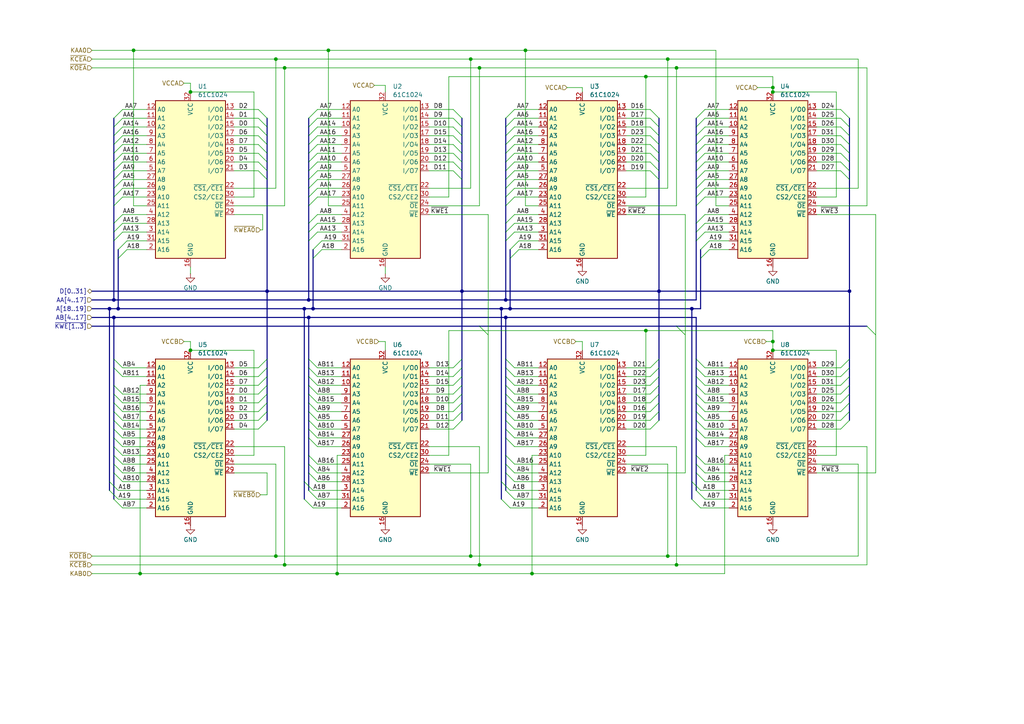
<source format=kicad_sch>
(kicad_sch (version 20250114) (generator "eeschema") (generator_version "9.0")
  (paper "A4")
  (title_block (title "Biostar MB-84xx-UUD 1MB cache data RAM") (date "2025-05-09") (rev "1.0"))
  (lib_symbols
    (symbol "Memory_RAM:IS6xC1024AL-xxJ"
      (property "Reference" "U" (at -10.16 23.495 0))
      (property "Value" "IS6xC1024AL-xxJ" (at 2.54 23.495 0))
      (symbol "IS6xC1024AL-xxJ_0_0"
        (pin power_in line (at 0 25.4 270) (length 2.54) (name "VCC") (number "32"))
        (pin power_in line (at 0 -25.4 90) (length 2.54) (name "GND") (number "16"))
      )
      (symbol "IS6xC1024AL-xxJ_1_1"
        (pin input line (at -12.7 20.32 0) (length 2.54) (name "A0") (number "12"))
        (pin input line (at -12.7 17.78 0) (length 2.54) (name "A1") (number "11"))
        (pin input line (at -12.7 15.24 0) (length 2.54) (name "A2") (number "10"))
        (pin input line (at -12.7 12.7 0) (length 2.54) (name "A3") (number "9"))
        (pin input line (at -12.7 10.16 0) (length 2.54) (name "A4") (number "8"))
        (pin input line (at -12.7 7.62 0) (length 2.54) (name "A5") (number "7"))
        (pin input line (at -12.7 5.08 0) (length 2.54) (name "A6") (number "6"))
        (pin input line (at -12.7 2.54 0) (length 2.54) (name "A7") (number "5"))
        (pin input line (at -12.7 0 0) (length 2.54) (name "A8") (number "27"))
        (pin input line (at -12.7 -2.54 0) (length 2.54) (name "A9") (number "26"))
        (pin input line (at -12.7 -5.08 0) (length 2.54) (name "A10") (number "23"))
        (pin input line (at -12.7 -7.62 0) (length 2.54) (name "A11") (number "25"))
        (pin input line (at -12.7 -10.16 0) (length 2.54) (name "A12") (number "4"))
        (pin input line (at -12.7 -12.7 0) (length 2.54) (name "A13") (number "28"))
        (pin input line (at -12.7 -15.24 0) (length 2.54) (name "A14") (number "3"))
        (pin input line (at -12.7 -17.78 0) (length 2.54) (name "A15") (number "31"))
        (pin input line (at -12.7 -20.32 0) (length 2.54) (name "A16") (number "2"))
        (pin no_connect line (at 10.16 -20.32 180) (length 2.54) (hide yes) (name "NC") (number "1"))
        (pin tri_state line (at 12.7 20.32 180) (length 2.54) (name "I/O0") (number "13"))
        (pin tri_state line (at 12.7 17.78 180) (length 2.54) (name "I/O1") (number "14"))
        (pin tri_state line (at 12.7 15.24 180) (length 2.54) (name "I/O2") (number "15"))
        (pin tri_state line (at 12.7 12.7 180) (length 2.54) (name "I/O3") (number "17"))
        (pin tri_state line (at 12.7 10.16 180) (length 2.54) (name "I/O4") (number "18"))
        (pin tri_state line (at 12.7 7.62 180) (length 2.54) (name "I/O5") (number "19"))
        (pin tri_state line (at 12.7 5.08 180) (length 2.54) (name "I/O6") (number "20"))
        (pin tri_state line (at 12.7 2.54 180) (length 2.54) (name "I/O7") (number "21"))
        (pin input line (at 12.7 -2.54 180) (length 2.54) (name "~{CS1}/~{CE1}") (number "22"))
        (pin input line (at 12.7 -5.08 180) (length 2.54) (name "CS2/CE2") (number "30"))
        (pin input line (at 12.7 -7.62 180) (length 2.54) (name "~{OE}") (number "24"))
        (pin input line (at 12.7 -10.16 180) (length 2.54) (name "~{WE}") (number "29"))
      )
    )
    (symbol "power:GND" (power) (pin_numbers (hide yes)) (pin_names (offset 0) (hide yes))
      (property "Value" "GND" (at 0 -3.81 0))
      (symbol "GND_1_1"
        (pin power_in line (at 0 0 270) (length 0) (name "~") (number "1"))
      )
    )
  )
  (junction (at 193.675 161.29))
  (junction (at 82.55 163.83))
  (junction (at 224.155 25.4))
  (junction (at 31.75 89.535))
  (junction (at 89.535 92.075))
  (junction (at 88.265 89.535))
  (junction (at 191.135 84.455))
  (junction (at 97.79 166.37))
  (junction (at 196.215 163.83))
  (junction (at 200.66 89.535))
  (junction (at 33.02 92.075))
  (junction (at 89.535 86.995))
  (junction (at 146.685 86.995))
  (junction (at 136.525 161.29))
  (junction (at 80.01 161.29))
  (junction (at 196.215 19.685))
  (junction (at 33.02 86.995))
  (junction (at 133.985 84.455))
  (junction (at 55.245 26.67))
  (junction (at 146.685 92.075))
  (junction (at 193.675 17.145))
  (junction (at 224.155 101.6))
  (junction (at 38.735 14.605))
  (junction (at 82.55 19.685))
  (junction (at 224.155 26.67))
  (junction (at 55.245 101.6))
  (junction (at 139.065 19.685))
  (junction (at 187.325 95.885))
  (junction (at 80.01 17.145))
  (junction (at 187.325 22.225))
  (junction (at 34.29 89.535))
  (junction (at 90.805 89.535))
  (junction (at 139.065 163.83))
  (junction (at 147.955 89.535))
  (junction (at 77.47 84.455))
  (junction (at 224.155 99.06))
  (junction (at 246.38 84.455))
  (junction (at 136.525 17.145))
  (junction (at 152.4 14.605))
  (junction (at 154.305 166.37))
  (junction (at 95.25 14.605))
  (junction (at 40.64 166.37))
  (junction (at 145.415 89.535))
  (bus_entry (at 146.685 134.62) (size 2.54 2.54))
  (bus_entry (at 131.445 31.75) (size 2.54 2.54))
  (bus_entry (at 34.29 74.93) (size 2.54 -2.54))
  (bus_entry (at 201.93 41.91) (size 2.54 -2.54))
  (bus_entry (at 201.93 36.83) (size 2.54 -2.54))
  (bus_entry (at 243.84 121.92) (size 2.54 -2.54))
  (bus_entry (at 188.595 41.91) (size 2.54 2.54))
  (bus_entry (at 201.93 119.38) (size 2.54 2.54))
  (bus_entry (at 201.93 121.92) (size 2.54 2.54))
  (bus_entry (at 243.84 119.38) (size 2.54 -2.54))
  (bus_entry (at 188.595 119.38) (size 2.54 -2.54))
  (bus_entry (at 33.02 121.92) (size 2.54 2.54))
  (bus_entry (at 33.02 124.46) (size 2.54 2.54))
  (bus_entry (at 131.445 121.92) (size 2.54 -2.54))
  (bus_entry (at 146.685 67.31) (size 2.54 -2.54))
  (bus_entry (at 139.065 94.615) (size 2.54 2.54))
  (bus_entry (at 90.805 74.93) (size 2.54 -2.54))
  (bus_entry (at 131.445 109.22) (size 2.54 -2.54))
  (bus_entry (at 89.535 36.83) (size 2.54 -2.54))
  (bus_entry (at 145.415 144.78) (size 2.54 2.54))
  (bus_entry (at 74.93 31.75) (size 2.54 2.54))
  (bus_entry (at 74.93 39.37) (size 2.54 2.54))
  (bus_entry (at 201.93 116.84) (size 2.54 2.54))
  (bus_entry (at 188.595 34.29) (size 2.54 2.54))
  (bus_entry (at 131.445 46.99) (size 2.54 2.54))
  (bus_entry (at 146.685 36.83) (size 2.54 -2.54))
  (bus_entry (at 243.84 106.68) (size 2.54 -2.54))
  (bus_entry (at 74.93 109.22) (size 2.54 -2.54))
  (bus_entry (at 33.02 134.62) (size 2.54 2.54))
  (bus_entry (at 243.84 116.84) (size 2.54 -2.54))
  (bus_entry (at 201.93 137.16) (size 2.54 2.54))
  (bus_entry (at 149.225 111.76) (size -2.54 -2.54))
  (bus_entry (at 31.75 142.24) (size 2.54 2.54))
  (bus_entry (at 74.93 114.3) (size 2.54 -2.54))
  (bus_entry (at 74.93 44.45) (size 2.54 2.54))
  (bus_entry (at 74.93 106.68) (size 2.54 -2.54))
  (bus_entry (at 92.075 106.68) (size -2.54 -2.54))
  (bus_entry (at 33.02 69.85) (size 2.54 -2.54))
  (bus_entry (at 33.02 49.53) (size 2.54 -2.54))
  (bus_entry (at 92.075 109.22) (size -2.54 -2.54))
  (bus_entry (at 201.93 69.85) (size 2.54 -2.54))
  (bus_entry (at 188.595 46.99) (size 2.54 2.54))
  (bus_entry (at 200.66 139.7) (size 2.54 2.54))
  (bus_entry (at 33.02 52.07) (size 2.54 -2.54))
  (bus_entry (at 33.02 46.99) (size 2.54 -2.54))
  (bus_entry (at 89.535 44.45) (size 2.54 -2.54))
  (bus_entry (at 74.93 121.92) (size 2.54 -2.54))
  (bus_entry (at 205.74 72.39) (size -2.54 2.54))
  (bus_entry (at 89.535 134.62) (size 2.54 2.54))
  (bus_entry (at 201.93 54.61) (size 2.54 -2.54))
  (bus_entry (at 188.595 116.84) (size 2.54 -2.54))
  (bus_entry (at 201.93 114.3) (size 2.54 2.54))
  (bus_entry (at 33.02 67.31) (size 2.54 -2.54))
  (bus_entry (at 31.75 139.7) (size 2.54 2.54))
  (bus_entry (at 251.46 94.615) (size 2.54 2.54))
  (bus_entry (at 33.02 44.45) (size 2.54 -2.54))
  (bus_entry (at 88.265 139.7) (size 2.54 2.54))
  (bus_entry (at 146.685 64.77) (size 2.54 -2.54))
  (bus_entry (at 243.84 34.29) (size 2.54 2.54))
  (bus_entry (at 146.685 69.85) (size 2.54 -2.54))
  (bus_entry (at 204.47 111.76) (size -2.54 -2.54))
  (bus_entry (at 33.02 41.91) (size 2.54 -2.54))
  (bus_entry (at 131.445 106.68) (size 2.54 -2.54))
  (bus_entry (at 146.685 142.24) (size 2.54 2.54))
  (bus_entry (at 146.685 104.14) (size 2.54 2.54))
  (bus_entry (at 146.685 39.37) (size 2.54 -2.54))
  (bus_entry (at 243.84 111.76) (size 2.54 -2.54))
  (bus_entry (at 188.595 121.92) (size 2.54 -2.54))
  (bus_entry (at 35.56 106.68) (size -2.54 -2.54))
  (bus_entry (at 204.47 109.22) (size -2.54 -2.54))
  (bus_entry (at 131.445 119.38) (size 2.54 -2.54))
  (bus_entry (at 89.535 116.84) (size 2.54 2.54))
  (bus_entry (at 89.535 109.22) (size 2.54 2.54))
  (bus_entry (at 33.02 129.54) (size 2.54 2.54))
  (bus_entry (at 89.535 124.46) (size 2.54 2.54))
  (bus_entry (at 201.93 46.99) (size 2.54 -2.54))
  (bus_entry (at 89.535 127) (size 2.54 2.54))
  (bus_entry (at 33.02 132.08) (size 2.54 2.54))
  (bus_entry (at 146.685 54.61) (size 2.54 -2.54))
  (bus_entry (at 200.66 144.78) (size 2.54 2.54))
  (bus_entry (at 131.445 39.37) (size 2.54 2.54))
  (bus_entry (at 131.445 49.53) (size 2.54 2.54))
  (bus_entry (at 33.02 36.83) (size 2.54 -2.54))
  (bus_entry (at 201.93 127) (size 2.54 2.54))
  (bus_entry (at 188.595 44.45) (size 2.54 2.54))
  (bus_entry (at 33.02 119.38) (size 2.54 2.54))
  (bus_entry (at 74.93 34.29) (size 2.54 2.54))
  (bus_entry (at 146.685 137.16) (size 2.54 2.54))
  (bus_entry (at 89.535 67.31) (size 2.54 -2.54))
  (bus_entry (at 89.535 69.85) (size 2.54 -2.54))
  (bus_entry (at 89.535 57.15) (size 2.54 -2.54))
  (bus_entry (at 131.445 114.3) (size 2.54 -2.54))
  (bus_entry (at 243.84 31.75) (size 2.54 2.54))
  (bus_entry (at 201.93 134.62) (size 2.54 2.54))
  (bus_entry (at 146.685 119.38) (size 2.54 2.54))
  (bus_entry (at 243.84 36.83) (size 2.54 2.54))
  (bus_entry (at 89.535 64.77) (size 2.54 -2.54))
  (bus_entry (at 243.84 44.45) (size 2.54 2.54))
  (bus_entry (at 33.02 114.3) (size 2.54 2.54))
  (bus_entry (at 201.93 111.76) (size 2.54 2.54))
  (bus_entry (at 146.685 124.46) (size 2.54 2.54))
  (bus_entry (at 146.685 121.92) (size 2.54 2.54))
  (bus_entry (at 74.93 111.76) (size 2.54 -2.54))
  (bus_entry (at 146.685 44.45) (size 2.54 -2.54))
  (bus_entry (at 89.535 41.91) (size 2.54 -2.54))
  (bus_entry (at 131.445 44.45) (size 2.54 2.54))
  (bus_entry (at 201.93 34.29) (size 2.54 -2.54))
  (bus_entry (at 243.84 49.53) (size 2.54 2.54))
  (bus_entry (at 146.685 114.3) (size 2.54 2.54))
  (bus_entry (at 188.595 49.53) (size 2.54 2.54))
  (bus_entry (at 89.535 132.08) (size 2.54 2.54))
  (bus_entry (at 89.535 111.76) (size 2.54 2.54))
  (bus_entry (at 196.215 94.615) (size 2.54 2.54))
  (bus_entry (at 149.225 109.22) (size -2.54 -2.54))
  (bus_entry (at 243.84 41.91) (size 2.54 2.54))
  (bus_entry (at 201.93 52.07) (size 2.54 -2.54))
  (bus_entry (at 201.93 57.15) (size 2.54 -2.54))
  (bus_entry (at 201.93 104.14) (size 2.54 2.54))
  (bus_entry (at 74.93 116.84) (size 2.54 -2.54))
  (bus_entry (at 243.84 46.99) (size 2.54 2.54))
  (bus_entry (at 89.535 59.69) (size 2.54 -2.54))
  (bus_entry (at 131.445 116.84) (size 2.54 -2.54))
  (bus_entry (at 188.595 111.76) (size 2.54 -2.54))
  (bus_entry (at 131.445 41.91) (size 2.54 2.54))
  (bus_entry (at 74.93 36.83) (size 2.54 2.54))
  (bus_entry (at 89.535 119.38) (size 2.54 2.54))
  (bus_entry (at 131.445 124.46) (size 2.54 -2.54))
  (bus_entry (at 89.535 54.61) (size 2.54 -2.54))
  (bus_entry (at 33.02 57.15) (size 2.54 -2.54))
  (bus_entry (at 74.93 124.46) (size 2.54 -2.54))
  (bus_entry (at 89.535 137.16) (size 2.54 2.54))
  (bus_entry (at 146.685 52.07) (size 2.54 -2.54))
  (bus_entry (at 74.93 41.91) (size 2.54 2.54))
  (bus_entry (at 201.93 39.37) (size 2.54 -2.54))
  (bus_entry (at 201.93 59.69) (size 2.54 -2.54))
  (bus_entry (at 74.93 119.38) (size 2.54 -2.54))
  (bus_entry (at 205.74 69.85) (size -2.54 2.54))
  (bus_entry (at 188.595 106.68) (size 2.54 -2.54))
  (bus_entry (at 146.685 49.53) (size 2.54 -2.54))
  (bus_entry (at 131.445 36.83) (size 2.54 2.54))
  (bus_entry (at 33.02 111.76) (size 2.54 2.54))
  (bus_entry (at 146.685 111.76) (size 2.54 2.54))
  (bus_entry (at 74.93 49.53) (size 2.54 2.54))
  (bus_entry (at 243.84 39.37) (size 2.54 2.54))
  (bus_entry (at 146.685 46.99) (size 2.54 -2.54))
  (bus_entry (at 201.93 132.08) (size 2.54 2.54))
  (bus_entry (at 146.685 59.69) (size 2.54 -2.54))
  (bus_entry (at 146.685 127) (size 2.54 2.54))
  (bus_entry (at 146.685 41.91) (size 2.54 -2.54))
  (bus_entry (at 74.93 46.99) (size 2.54 2.54))
  (bus_entry (at 33.02 64.77) (size 2.54 -2.54))
  (bus_entry (at 89.535 39.37) (size 2.54 -2.54))
  (bus_entry (at 150.495 72.39) (size -2.54 2.54))
  (bus_entry (at 145.415 139.7) (size 2.54 2.54))
  (bus_entry (at 89.535 46.99) (size 2.54 -2.54))
  (bus_entry (at 33.02 39.37) (size 2.54 -2.54))
  (bus_entry (at 131.445 34.29) (size 2.54 2.54))
  (bus_entry (at 146.685 132.08) (size 2.54 2.54))
  (bus_entry (at 89.535 114.3) (size 2.54 2.54))
  (bus_entry (at 188.595 124.46) (size 2.54 -2.54))
  (bus_entry (at 188.595 114.3) (size 2.54 -2.54))
  (bus_entry (at 188.595 39.37) (size 2.54 2.54))
  (bus_entry (at 188.595 109.22) (size 2.54 -2.54))
  (bus_entry (at 89.535 121.92) (size 2.54 2.54))
  (bus_entry (at 146.685 57.15) (size 2.54 -2.54))
  (bus_entry (at 90.805 72.39) (size 2.54 -2.54))
  (bus_entry (at 188.595 31.75) (size 2.54 2.54))
  (bus_entry (at 33.02 144.78) (size 2.54 2.54))
  (bus_entry (at 35.56 109.22) (size -2.54 -2.54))
  (bus_entry (at 201.93 44.45) (size 2.54 -2.54))
  (bus_entry (at 243.84 124.46) (size 2.54 -2.54))
  (bus_entry (at 89.535 34.29) (size 2.54 -2.54))
  (bus_entry (at 146.685 116.84) (size 2.54 2.54))
  (bus_entry (at 146.685 34.29) (size 2.54 -2.54))
  (bus_entry (at 243.84 114.3) (size 2.54 -2.54))
  (bus_entry (at 33.02 59.69) (size 2.54 -2.54))
  (bus_entry (at 89.535 142.24) (size 2.54 2.54))
  (bus_entry (at 243.84 109.22) (size 2.54 -2.54))
  (bus_entry (at 33.02 54.61) (size 2.54 -2.54))
  (bus_entry (at 88.265 144.78) (size 2.54 2.54))
  (bus_entry (at 33.02 137.16) (size 2.54 2.54))
  (bus_entry (at 201.93 67.31) (size 2.54 -2.54))
  (bus_entry (at 201.93 64.77) (size 2.54 -2.54))
  (bus_entry (at 188.595 36.83) (size 2.54 2.54))
  (bus_entry (at 89.535 52.07) (size 2.54 -2.54))
  (bus_entry (at 150.495 69.85) (size -2.54 2.54))
  (bus_entry (at 201.93 124.46) (size 2.54 2.54))
  (bus_entry (at 201.93 142.24) (size 2.54 2.54))
  (bus_entry (at 201.93 49.53) (size 2.54 -2.54))
  (bus_entry (at 33.02 127) (size 2.54 2.54))
  (bus_entry (at 89.535 49.53) (size 2.54 -2.54))
  (bus_entry (at 34.29 72.39) (size 2.54 -2.54))
  (bus_entry (at 131.445 111.76) (size 2.54 -2.54))
  (bus_entry (at 33.02 116.84) (size 2.54 2.54))
  (bus_entry (at 33.02 34.29) (size 2.54 -2.54))
  (wire (pts (xy 149.225 111.76) (xy 156.21 111.76)))
  (wire (pts (xy 38.735 59.69) (xy 38.735 14.605)))
  (bus (pts (xy 133.985 84.455) (xy 191.135 84.455)))
  (wire (pts (xy 204.47 121.92) (xy 211.455 121.92)))
  (wire (pts (xy 152.4 59.69) (xy 156.21 59.69)))
  (bus (pts (xy 89.535 59.69) (xy 89.535 64.77)))
  (bus (pts (xy 246.38 41.91) (xy 246.38 44.45)))
  (bus (pts (xy 33.02 69.85) (xy 33.02 86.995)))
  (wire (pts (xy 109.855 99.06) (xy 111.76 99.06)))
  (wire (pts (xy 92.075 67.31) (xy 99.06 67.31)))
  (wire (pts (xy 193.675 17.145) (xy 248.92 17.145)))
  (wire (pts (xy 204.47 62.23) (xy 211.455 62.23)))
  (bus (pts (xy 201.93 114.3) (xy 201.93 111.76)))
  (bus (pts (xy 89.535 121.92) (xy 89.535 124.46)))
  (bus (pts (xy 146.685 54.61) (xy 146.685 57.15)))
  (bus (pts (xy 246.38 121.92) (xy 246.38 119.38)))
  (wire (pts (xy 130.175 22.225) (xy 187.325 22.225)))
  (wire (pts (xy 67.945 106.68) (xy 74.93 106.68)))
  (bus (pts (xy 77.47 41.91) (xy 77.47 44.45)))
  (wire (pts (xy 204.47 134.62) (xy 211.455 134.62)))
  (bus (pts (xy 33.02 67.31) (xy 33.02 69.85)))
  (bus (pts (xy 33.02 54.61) (xy 33.02 57.15)))
  (wire (pts (xy 34.29 142.24) (xy 42.545 142.24)))
  (wire (pts (xy 93.345 69.85) (xy 99.06 69.85)))
  (wire (pts (xy 141.605 97.155) (xy 141.605 137.16)))
  (wire (pts (xy 67.945 109.22) (xy 74.93 109.22)))
  (wire (pts (xy 35.56 64.77) (xy 42.545 64.77)))
  (bus (pts (xy 133.985 49.53) (xy 133.985 52.07)))
  (bus (pts (xy 200.66 139.7) (xy 200.66 144.78)))
  (wire (pts (xy 35.56 36.83) (xy 42.545 36.83)))
  (wire (pts (xy 67.945 34.29) (xy 74.93 34.29)))
  (bus (pts (xy 89.535 34.29) (xy 89.535 36.83)))
  (wire (pts (xy 181.61 34.29) (xy 188.595 34.29)))
  (bus (pts (xy 201.93 114.3) (xy 201.93 116.84)))
  (bus (pts (xy 191.135 111.76) (xy 191.135 109.22)))
  (bus (pts (xy 89.535 104.14) (xy 89.535 106.68)))
  (wire (pts (xy 124.46 116.84) (xy 131.445 116.84)))
  (wire (pts (xy 236.855 34.29) (xy 243.84 34.29)))
  (bus (pts (xy 191.135 49.53) (xy 191.135 52.07)))
  (wire (pts (xy 193.675 161.29) (xy 248.92 161.29)))
  (bus (pts (xy 89.535 127) (xy 89.535 132.08)))
  (bus (pts (xy 201.93 127) (xy 201.93 132.08)))
  (wire (pts (xy 181.61 109.22) (xy 188.595 109.22)))
  (wire (pts (xy 204.47 31.75) (xy 211.455 31.75)))
  (bus (pts (xy 246.38 34.29) (xy 246.38 36.83)))
  (bus (pts (xy 133.985 106.68) (xy 133.985 104.14)))
  (wire (pts (xy 149.225 127) (xy 156.21 127)))
  (wire (pts (xy 203.2 142.24) (xy 211.455 142.24)))
  (wire (pts (xy 136.525 54.61) (xy 136.525 17.145)))
  (wire (pts (xy 149.225 44.45) (xy 156.21 44.45)))
  (wire (pts (xy 152.4 14.605) (xy 207.645 14.605)))
  (bus (pts (xy 201.93 121.92) (xy 201.93 124.46)))
  (bus (pts (xy 31.75 89.535) (xy 31.75 139.7)))
  (bus (pts (xy 90.805 74.93) (xy 90.805 89.535)))
  (wire (pts (xy 187.325 22.225) (xy 187.325 57.15)))
  (bus (pts (xy 147.955 89.535) (xy 200.66 89.535)))
  (wire (pts (xy 198.755 62.23) (xy 198.755 97.155)))
  (wire (pts (xy 124.46 54.61) (xy 136.525 54.61)))
  (wire (pts (xy 152.4 59.69) (xy 152.4 14.605)))
  (bus (pts (xy 146.685 121.92) (xy 146.685 119.38)))
  (bus (pts (xy 133.985 84.455) (xy 133.985 104.14)))
  (wire (pts (xy 55.245 101.6) (xy 73.66 101.6)))
  (bus (pts (xy 139.065 94.615) (xy 196.215 94.615)))
  (bus (pts (xy 200.66 89.535) (xy 200.66 139.7)))
  (wire (pts (xy 35.56 116.84) (xy 42.545 116.84)))
  (wire (pts (xy 76.2 66.675) (xy 76.2 62.23)))
  (bus (pts (xy 90.805 89.535) (xy 145.415 89.535)))
  (wire (pts (xy 204.47 57.15) (xy 211.455 57.15)))
  (wire (pts (xy 204.47 124.46) (xy 211.455 124.46)))
  (bus (pts (xy 191.135 121.92) (xy 191.135 119.38)))
  (wire (pts (xy 236.855 119.38) (xy 243.84 119.38)))
  (wire (pts (xy 204.47 144.78) (xy 211.455 144.78)))
  (bus (pts (xy 77.47 116.84) (xy 77.47 114.3)))
  (wire (pts (xy 38.735 59.69) (xy 42.545 59.69)))
  (wire (pts (xy 75.565 66.675) (xy 76.2 66.675)))
  (wire (pts (xy 149.225 52.07) (xy 156.21 52.07)))
  (bus (pts (xy 89.535 54.61) (xy 89.535 57.15)))
  (wire (pts (xy 92.075 109.22) (xy 99.06 109.22)))
  (bus (pts (xy 201.93 59.69) (xy 201.93 64.77)))
  (wire (pts (xy 92.075 139.7) (xy 99.06 139.7)))
  (wire (pts (xy 124.46 124.46) (xy 131.445 124.46)))
  (wire (pts (xy 203.2 147.32) (xy 211.455 147.32)))
  (wire (pts (xy 167.005 99.06) (xy 168.91 99.06)))
  (bus (pts (xy 26.67 89.535) (xy 31.75 89.535)))
  (wire (pts (xy 92.075 57.15) (xy 99.06 57.15)))
  (wire (pts (xy 205.74 69.85) (xy 211.455 69.85)))
  (wire (pts (xy 149.225 129.54) (xy 156.21 129.54)))
  (wire (pts (xy 147.955 142.24) (xy 156.21 142.24)))
  (wire (pts (xy 149.225 106.68) (xy 156.21 106.68)))
  (bus (pts (xy 146.685 59.69) (xy 146.685 57.15)))
  (bus (pts (xy 89.535 44.45) (xy 89.535 46.99)))
  (wire (pts (xy 149.225 57.15) (xy 156.21 57.15)))
  (wire (pts (xy 35.56 119.38) (xy 42.545 119.38)))
  (wire (pts (xy 149.225 116.84) (xy 156.21 116.84)))
  (wire (pts (xy 187.325 95.885) (xy 187.325 132.08)))
  (bus (pts (xy 246.38 111.76) (xy 246.38 109.22)))
  (wire (pts (xy 181.61 121.92) (xy 188.595 121.92)))
  (wire (pts (xy 97.79 132.08) (xy 97.79 166.37)))
  (wire (pts (xy 35.56 129.54) (xy 42.545 129.54)))
  (wire (pts (xy 80.01 161.29) (xy 136.525 161.29)))
  (wire (pts (xy 139.065 163.83) (xy 196.215 163.83)))
  (wire (pts (xy 124.46 49.53) (xy 131.445 49.53)))
  (wire (pts (xy 149.225 67.31) (xy 156.21 67.31)))
  (wire (pts (xy 204.47 41.91) (xy 211.455 41.91)))
  (wire (pts (xy 130.175 95.885) (xy 187.325 95.885)))
  (wire (pts (xy 40.64 166.37) (xy 97.79 166.37)))
  (wire (pts (xy 67.945 49.53) (xy 74.93 49.53)))
  (bus (pts (xy 147.955 74.93) (xy 147.955 89.535)))
  (wire (pts (xy 67.945 54.61) (xy 80.01 54.61)))
  (wire (pts (xy 67.945 114.3) (xy 74.93 114.3)))
  (bus (pts (xy 146.685 109.22) (xy 146.685 106.68)))
  (wire (pts (xy 149.225 64.77) (xy 156.21 64.77)))
  (wire (pts (xy 35.56 106.68) (xy 42.545 106.68)))
  (wire (pts (xy 204.47 114.3) (xy 211.455 114.3)))
  (wire (pts (xy 40.64 111.76) (xy 40.64 166.37)))
  (bus (pts (xy 201.93 134.62) (xy 201.93 132.08)))
  (wire (pts (xy 92.075 134.62) (xy 99.06 134.62)))
  (wire (pts (xy 95.25 59.69) (xy 95.25 14.605)))
  (wire (pts (xy 92.075 54.61) (xy 99.06 54.61)))
  (wire (pts (xy 149.225 134.62) (xy 156.21 134.62)))
  (wire (pts (xy 236.855 137.16) (xy 254 137.16)))
  (wire (pts (xy 236.855 39.37) (xy 243.84 39.37)))
  (wire (pts (xy 36.83 72.39) (xy 42.545 72.39)))
  (bus (pts (xy 89.535 127) (xy 89.535 124.46)))
  (wire (pts (xy 149.225 49.53) (xy 156.21 49.53)))
  (wire (pts (xy 187.325 95.885) (xy 224.155 95.885)))
  (bus (pts (xy 246.38 39.37) (xy 246.38 41.91)))
  (wire (pts (xy 35.56 41.91) (xy 42.545 41.91)))
  (wire (pts (xy 236.855 46.99) (xy 243.84 46.99)))
  (wire (pts (xy 35.56 39.37) (xy 42.545 39.37)))
  (bus (pts (xy 191.135 41.91) (xy 191.135 44.45)))
  (bus (pts (xy 201.93 137.16) (xy 201.93 142.24)))
  (wire (pts (xy 187.325 57.15) (xy 181.61 57.15)))
  (bus (pts (xy 191.135 44.45) (xy 191.135 46.99)))
  (wire (pts (xy 124.46 129.54) (xy 139.065 129.54)))
  (wire (pts (xy 67.945 134.62) (xy 80.01 134.62)))
  (bus (pts (xy 191.135 52.07) (xy 191.135 84.455)))
  (wire (pts (xy 204.47 119.38) (xy 211.455 119.38)))
  (wire (pts (xy 198.755 97.155) (xy 198.755 137.16)))
  (bus (pts (xy 145.415 139.7) (xy 145.415 144.78)))
  (wire (pts (xy 236.855 59.69) (xy 251.46 59.69)))
  (bus (pts (xy 33.02 86.995) (xy 89.535 86.995)))
  (bus (pts (xy 133.985 44.45) (xy 133.985 46.99)))
  (wire (pts (xy 35.56 52.07) (xy 42.545 52.07)))
  (wire (pts (xy 181.61 54.61) (xy 193.675 54.61)))
  (bus (pts (xy 203.2 74.93) (xy 203.2 89.535)))
  (bus (pts (xy 89.535 67.31) (xy 89.535 64.77)))
  (bus (pts (xy 146.685 114.3) (xy 146.685 116.84)))
  (wire (pts (xy 136.525 161.29) (xy 193.675 161.29)))
  (wire (pts (xy 92.075 124.46) (xy 99.06 124.46)))
  (wire (pts (xy 139.065 163.83) (xy 139.065 129.54)))
  (wire (pts (xy 67.945 31.75) (xy 74.93 31.75)))
  (wire (pts (xy 204.47 137.16) (xy 211.455 137.16)))
  (bus (pts (xy 77.47 84.455) (xy 133.985 84.455)))
  (bus (pts (xy 246.38 114.3) (xy 246.38 111.76)))
  (wire (pts (xy 80.01 54.61) (xy 80.01 17.145)))
  (wire (pts (xy 124.46 114.3) (xy 131.445 114.3)))
  (wire (pts (xy 92.075 49.53) (xy 99.06 49.53)))
  (bus (pts (xy 88.265 89.535) (xy 88.265 139.7)))
  (bus (pts (xy 146.685 137.16) (xy 146.685 142.24)))
  (wire (pts (xy 124.46 134.62) (xy 136.525 134.62)))
  (wire (pts (xy 224.155 26.67) (xy 242.57 26.67)))
  (wire (pts (xy 236.855 31.75) (xy 243.84 31.75)))
  (wire (pts (xy 236.855 44.45) (xy 243.84 44.45)))
  (wire (pts (xy 149.225 36.83) (xy 156.21 36.83)))
  (wire (pts (xy 149.225 124.46) (xy 156.21 124.46)))
  (bus (pts (xy 33.02 114.3) (xy 33.02 116.84)))
  (wire (pts (xy 35.56 54.61) (xy 42.545 54.61)))
  (bus (pts (xy 201.93 46.99) (xy 201.93 49.53)))
  (wire (pts (xy 35.56 49.53) (xy 42.545 49.53)))
  (wire (pts (xy 168.91 99.06) (xy 168.91 101.6)))
  (bus (pts (xy 147.955 72.39) (xy 147.955 74.93)))
  (bus (pts (xy 33.02 127) (xy 33.02 124.46)))
  (wire (pts (xy 164.465 25.4) (xy 168.91 25.4)))
  (wire (pts (xy 149.225 139.7) (xy 156.21 139.7)))
  (wire (pts (xy 193.675 54.61) (xy 193.675 17.145)))
  (bus (pts (xy 191.135 34.29) (xy 191.135 36.83)))
  (wire (pts (xy 207.645 59.69) (xy 211.455 59.69)))
  (wire (pts (xy 92.075 34.29) (xy 99.06 34.29)))
  (wire (pts (xy 204.47 67.31) (xy 211.455 67.31)))
  (wire (pts (xy 236.855 134.62) (xy 248.92 134.62)))
  (wire (pts (xy 35.56 124.46) (xy 42.545 124.46)))
  (bus (pts (xy 89.535 41.91) (xy 89.535 44.45)))
  (bus (pts (xy 33.02 44.45) (xy 33.02 46.99)))
  (wire (pts (xy 154.305 166.37) (xy 210.185 166.37)))
  (wire (pts (xy 124.46 121.92) (xy 131.445 121.92)))
  (wire (pts (xy 73.66 26.67) (xy 73.66 57.15)))
  (bus (pts (xy 89.535 67.31) (xy 89.535 69.85)))
  (bus (pts (xy 89.535 86.995) (xy 146.685 86.995)))
  (wire (pts (xy 67.945 121.92) (xy 74.93 121.92)))
  (wire (pts (xy 236.855 41.91) (xy 243.84 41.91)))
  (bus (pts (xy 146.685 114.3) (xy 146.685 111.76)))
  (bus (pts (xy 88.265 139.7) (xy 88.265 144.78)))
  (bus (pts (xy 145.415 89.535) (xy 147.955 89.535)))
  (wire (pts (xy 67.945 59.69) (xy 82.55 59.69)))
  (wire (pts (xy 67.945 129.54) (xy 82.55 129.54)))
  (bus (pts (xy 246.38 116.84) (xy 246.38 114.3)))
  (wire (pts (xy 139.065 19.685) (xy 139.065 59.69)))
  (wire (pts (xy 73.66 57.15) (xy 67.945 57.15)))
  (wire (pts (xy 80.01 161.29) (xy 80.01 134.62)))
  (bus (pts (xy 146.685 86.995) (xy 201.93 86.995)))
  (bus (pts (xy 77.47 36.83) (xy 77.47 39.37)))
  (bus (pts (xy 146.685 67.31) (xy 146.685 69.85)))
  (bus (pts (xy 146.685 67.31) (xy 146.685 64.77)))
  (wire (pts (xy 124.46 137.16) (xy 141.605 137.16)))
  (wire (pts (xy 40.64 111.76) (xy 42.545 111.76)))
  (bus (pts (xy 77.47 49.53) (xy 77.47 52.07)))
  (bus (pts (xy 145.415 89.535) (xy 145.415 139.7)))
  (wire (pts (xy 181.61 49.53) (xy 188.595 49.53)))
  (bus (pts (xy 191.135 39.37) (xy 191.135 41.91)))
  (bus (pts (xy 33.02 34.29) (xy 33.02 36.83)))
  (wire (pts (xy 251.46 19.685) (xy 251.46 59.69)))
  (wire (pts (xy 130.175 95.885) (xy 130.175 132.08)))
  (bus (pts (xy 191.135 84.455) (xy 246.38 84.455)))
  (bus (pts (xy 89.535 46.99) (xy 89.535 49.53)))
  (bus (pts (xy 133.985 116.84) (xy 133.985 114.3)))
  (wire (pts (xy 149.225 41.91) (xy 156.21 41.91)))
  (wire (pts (xy 149.225 121.92) (xy 156.21 121.92)))
  (wire (pts (xy 35.56 127) (xy 42.545 127)))
  (wire (pts (xy 35.56 62.23) (xy 42.545 62.23)))
  (wire (pts (xy 204.47 116.84) (xy 211.455 116.84)))
  (wire (pts (xy 242.57 132.08) (xy 236.855 132.08)))
  (bus (pts (xy 33.02 52.07) (xy 33.02 54.61)))
  (bus (pts (xy 89.535 137.16) (xy 89.535 142.24)))
  (wire (pts (xy 193.675 161.29) (xy 193.675 134.62)))
  (wire (pts (xy 181.61 36.83) (xy 188.595 36.83)))
  (wire (pts (xy 181.61 41.91) (xy 188.595 41.91)))
  (wire (pts (xy 90.805 147.32) (xy 99.06 147.32)))
  (wire (pts (xy 124.46 119.38) (xy 131.445 119.38)))
  (bus (pts (xy 34.29 89.535) (xy 88.265 89.535)))
  (wire (pts (xy 248.92 161.29) (xy 248.92 134.62)))
  (wire (pts (xy 149.225 137.16) (xy 156.21 137.16)))
  (wire (pts (xy 236.855 121.92) (xy 243.84 121.92)))
  (wire (pts (xy 82.55 19.685) (xy 82.55 59.69)))
  (wire (pts (xy 35.56 139.7) (xy 42.545 139.7)))
  (wire (pts (xy 35.56 134.62) (xy 42.545 134.62)))
  (wire (pts (xy 211.455 132.08) (xy 210.185 132.08)))
  (bus (pts (xy 90.805 72.39) (xy 90.805 74.93)))
  (bus (pts (xy 133.985 41.91) (xy 133.985 44.45)))
  (wire (pts (xy 92.075 62.23) (xy 99.06 62.23)))
  (wire (pts (xy 222.25 99.06) (xy 224.155 99.06)))
  (wire (pts (xy 124.46 39.37) (xy 131.445 39.37)))
  (wire (pts (xy 251.46 163.83) (xy 251.46 129.54)))
  (wire (pts (xy 130.175 57.15) (xy 124.46 57.15)))
  (wire (pts (xy 34.29 144.78) (xy 42.545 144.78)))
  (wire (pts (xy 67.945 124.46) (xy 74.93 124.46)))
  (bus (pts (xy 146.685 127) (xy 146.685 124.46)))
  (bus (pts (xy 77.47 46.99) (xy 77.47 49.53)))
  (wire (pts (xy 124.46 111.76) (xy 131.445 111.76)))
  (wire (pts (xy 149.225 31.75) (xy 156.21 31.75)))
  (bus (pts (xy 89.535 49.53) (xy 89.535 52.07)))
  (wire (pts (xy 67.945 39.37) (xy 74.93 39.37)))
  (bus (pts (xy 246.38 36.83) (xy 246.38 39.37)))
  (bus (pts (xy 201.93 92.075) (xy 201.93 104.14)))
  (bus (pts (xy 33.02 119.38) (xy 33.02 116.84)))
  (wire (pts (xy 254 97.155) (xy 254 137.16)))
  (wire (pts (xy 181.61 44.45) (xy 188.595 44.45)))
  (wire (pts (xy 204.47 49.53) (xy 211.455 49.53)))
  (wire (pts (xy 236.855 106.68) (xy 243.84 106.68)))
  (bus (pts (xy 201.93 121.92) (xy 201.93 119.38)))
  (wire (pts (xy 111.76 99.06) (xy 111.76 101.6)))
  (wire (pts (xy 236.855 36.83) (xy 243.84 36.83)))
  (wire (pts (xy 224.155 22.225) (xy 224.155 25.4)))
  (wire (pts (xy 35.56 132.08) (xy 42.545 132.08)))
  (wire (pts (xy 99.06 132.08) (xy 97.79 132.08)))
  (wire (pts (xy 149.225 39.37) (xy 156.21 39.37)))
  (wire (pts (xy 35.56 67.31) (xy 42.545 67.31)))
  (bus (pts (xy 201.93 41.91) (xy 201.93 39.37)))
  (wire (pts (xy 26.67 166.37) (xy 40.64 166.37)))
  (wire (pts (xy 236.855 49.53) (xy 243.84 49.53)))
  (wire (pts (xy 92.075 31.75) (xy 99.06 31.75)))
  (bus (pts (xy 146.685 92.075) (xy 146.685 104.14)))
  (wire (pts (xy 242.57 101.6) (xy 242.57 132.08)))
  (bus (pts (xy 146.685 69.85) (xy 146.685 86.995)))
  (bus (pts (xy 89.535 119.38) (xy 89.535 116.84)))
  (bus (pts (xy 146.685 34.29) (xy 146.685 36.83)))
  (wire (pts (xy 181.61 31.75) (xy 188.595 31.75)))
  (wire (pts (xy 26.67 17.145) (xy 80.01 17.145)))
  (wire (pts (xy 124.46 106.68) (xy 131.445 106.68)))
  (bus (pts (xy 146.685 119.38) (xy 146.685 116.84)))
  (bus (pts (xy 201.93 34.29) (xy 201.93 36.83)))
  (wire (pts (xy 150.495 69.85) (xy 156.21 69.85)))
  (wire (pts (xy 236.855 114.3) (xy 243.84 114.3)))
  (bus (pts (xy 133.985 119.38) (xy 133.985 116.84)))
  (wire (pts (xy 196.215 19.685) (xy 251.46 19.685)))
  (bus (pts (xy 77.47 114.3) (xy 77.47 111.76)))
  (bus (pts (xy 77.47 44.45) (xy 77.47 46.99)))
  (bus (pts (xy 88.265 89.535) (xy 90.805 89.535)))
  (wire (pts (xy 35.56 44.45) (xy 42.545 44.45)))
  (bus (pts (xy 246.38 109.22) (xy 246.38 106.68)))
  (wire (pts (xy 150.495 72.39) (xy 156.21 72.39)))
  (wire (pts (xy 80.01 17.145) (xy 136.525 17.145)))
  (wire (pts (xy 95.25 14.605) (xy 152.4 14.605)))
  (wire (pts (xy 181.61 119.38) (xy 188.595 119.38)))
  (bus (pts (xy 146.685 41.91) (xy 146.685 44.45)))
  (bus (pts (xy 201.93 127) (xy 201.93 124.46)))
  (bus (pts (xy 201.93 52.07) (xy 201.93 54.61)))
  (wire (pts (xy 224.155 99.06) (xy 224.155 101.6)))
  (wire (pts (xy 92.075 116.84) (xy 99.06 116.84)))
  (bus (pts (xy 133.985 46.99) (xy 133.985 49.53)))
  (wire (pts (xy 67.945 44.45) (xy 74.93 44.45)))
  (bus (pts (xy 191.135 84.455) (xy 191.135 104.14)))
  (wire (pts (xy 204.47 34.29) (xy 211.455 34.29)))
  (bus (pts (xy 33.02 49.53) (xy 33.02 52.07)))
  (wire (pts (xy 181.61 46.99) (xy 188.595 46.99)))
  (wire (pts (xy 108.585 24.765) (xy 111.76 24.765)))
  (bus (pts (xy 201.93 109.22) (xy 201.93 106.68)))
  (wire (pts (xy 124.46 46.99) (xy 131.445 46.99)))
  (bus (pts (xy 133.985 111.76) (xy 133.985 109.22)))
  (wire (pts (xy 181.61 129.54) (xy 196.215 129.54)))
  (wire (pts (xy 111.76 77.47) (xy 111.76 79.375)))
  (wire (pts (xy 236.855 62.23) (xy 254 62.23)))
  (wire (pts (xy 204.47 52.07) (xy 211.455 52.07)))
  (bus (pts (xy 34.29 74.93) (xy 34.29 89.535)))
  (wire (pts (xy 139.065 19.685) (xy 196.215 19.685)))
  (wire (pts (xy 187.325 132.08) (xy 181.61 132.08)))
  (bus (pts (xy 191.135 109.22) (xy 191.135 106.68)))
  (bus (pts (xy 133.985 36.83) (xy 133.985 39.37)))
  (wire (pts (xy 73.66 101.6) (xy 73.66 132.08)))
  (bus (pts (xy 89.535 114.3) (xy 89.535 116.84)))
  (wire (pts (xy 92.075 127) (xy 99.06 127)))
  (bus (pts (xy 33.02 137.16) (xy 33.02 144.78)))
  (bus (pts (xy 89.535 114.3) (xy 89.535 111.76)))
  (bus (pts (xy 246.38 119.38) (xy 246.38 116.84)))
  (wire (pts (xy 149.225 119.38) (xy 156.21 119.38)))
  (wire (pts (xy 35.56 46.99) (xy 42.545 46.99)))
  (wire (pts (xy 147.955 147.32) (xy 156.21 147.32)))
  (bus (pts (xy 34.29 72.39) (xy 34.29 74.93)))
  (wire (pts (xy 92.075 119.38) (xy 99.06 119.38)))
  (wire (pts (xy 187.325 22.225) (xy 224.155 22.225)))
  (bus (pts (xy 201.93 109.22) (xy 201.93 111.76)))
  (wire (pts (xy 82.55 163.83) (xy 139.065 163.83)))
  (bus (pts (xy 191.135 36.83) (xy 191.135 39.37)))
  (bus (pts (xy 133.985 52.07) (xy 133.985 84.455)))
  (wire (pts (xy 236.855 116.84) (xy 243.84 116.84)))
  (wire (pts (xy 67.945 119.38) (xy 74.93 119.38)))
  (bus (pts (xy 191.135 119.38) (xy 191.135 116.84)))
  (bus (pts (xy 246.38 44.45) (xy 246.38 46.99)))
  (wire (pts (xy 181.61 137.16) (xy 198.755 137.16)))
  (wire (pts (xy 55.245 79.375) (xy 55.245 77.47)))
  (wire (pts (xy 90.805 142.24) (xy 99.06 142.24)))
  (bus (pts (xy 33.02 59.69) (xy 33.02 64.77)))
  (bus (pts (xy 146.685 127) (xy 146.685 132.08)))
  (bus (pts (xy 191.135 106.68) (xy 191.135 104.14)))
  (bus (pts (xy 133.985 39.37) (xy 133.985 41.91)))
  (bus (pts (xy 196.215 94.615) (xy 251.46 94.615)))
  (wire (pts (xy 35.56 147.32) (xy 42.545 147.32)))
  (bus (pts (xy 191.135 116.84) (xy 191.135 114.3)))
  (bus (pts (xy 77.47 109.22) (xy 77.47 106.68)))
  (wire (pts (xy 236.855 124.46) (xy 243.84 124.46)))
  (bus (pts (xy 89.535 59.69) (xy 89.535 57.15)))
  (bus (pts (xy 201.93 104.14) (xy 201.93 106.68)))
  (bus (pts (xy 133.985 121.92) (xy 133.985 119.38)))
  (bus (pts (xy 33.02 137.16) (xy 33.02 134.62)))
  (bus (pts (xy 33.02 36.83) (xy 33.02 39.37)))
  (wire (pts (xy 124.46 31.75) (xy 131.445 31.75)))
  (wire (pts (xy 141.605 62.23) (xy 141.605 97.155)))
  (wire (pts (xy 205.74 72.39) (xy 211.455 72.39)))
  (wire (pts (xy 67.945 36.83) (xy 74.93 36.83)))
  (bus (pts (xy 191.135 46.99) (xy 191.135 49.53)))
  (wire (pts (xy 67.945 41.91) (xy 74.93 41.91)))
  (wire (pts (xy 130.175 22.225) (xy 130.175 57.15)))
  (wire (pts (xy 35.56 121.92) (xy 42.545 121.92)))
  (wire (pts (xy 26.67 161.29) (xy 80.01 161.29)))
  (bus (pts (xy 201.93 119.38) (xy 201.93 116.84)))
  (bus (pts (xy 89.535 106.68) (xy 89.535 109.22)))
  (wire (pts (xy 95.25 59.69) (xy 99.06 59.69)))
  (bus (pts (xy 133.985 114.3) (xy 133.985 111.76)))
  (wire (pts (xy 196.215 19.685) (xy 196.215 59.69)))
  (wire (pts (xy 35.56 109.22) (xy 42.545 109.22)))
  (wire (pts (xy 130.175 132.08) (xy 124.46 132.08)))
  (bus (pts (xy 77.47 84.455) (xy 77.47 104.14)))
  (wire (pts (xy 76.2 62.23) (xy 67.945 62.23)))
  (bus (pts (xy 26.67 94.615) (xy 139.065 94.615)))
  (bus (pts (xy 33.02 41.91) (xy 33.02 44.45)))
  (wire (pts (xy 67.945 46.99) (xy 74.93 46.99)))
  (wire (pts (xy 210.185 132.08) (xy 210.185 166.37)))
  (wire (pts (xy 35.56 114.3) (xy 42.545 114.3)))
  (wire (pts (xy 204.47 54.61) (xy 211.455 54.61)))
  (wire (pts (xy 181.61 134.62) (xy 193.675 134.62)))
  (wire (pts (xy 124.46 41.91) (xy 131.445 41.91)))
  (bus (pts (xy 191.135 114.3) (xy 191.135 111.76)))
  (wire (pts (xy 149.225 62.23) (xy 156.21 62.23)))
  (bus (pts (xy 201.93 36.83) (xy 201.93 39.37)))
  (wire (pts (xy 149.225 34.29) (xy 156.21 34.29)))
  (bus (pts (xy 146.685 36.83) (xy 146.685 39.37)))
  (bus (pts (xy 77.47 121.92) (xy 77.47 119.38)))
  (bus (pts (xy 33.02 132.08) (xy 33.02 129.54)))
  (wire (pts (xy 92.075 46.99) (xy 99.06 46.99)))
  (bus (pts (xy 201.93 54.61) (xy 201.93 57.15)))
  (wire (pts (xy 38.735 14.605) (xy 95.25 14.605)))
  (wire (pts (xy 92.075 144.78) (xy 99.06 144.78)))
  (bus (pts (xy 133.985 34.29) (xy 133.985 36.83)))
  (wire (pts (xy 36.83 69.85) (xy 42.545 69.85)))
  (wire (pts (xy 149.225 54.61) (xy 156.21 54.61)))
  (wire (pts (xy 92.075 111.76) (xy 99.06 111.76)))
  (wire (pts (xy 181.61 39.37) (xy 188.595 39.37)))
  (bus (pts (xy 33.02 114.3) (xy 33.02 111.76)))
  (wire (pts (xy 53.34 99.06) (xy 55.245 99.06)))
  (wire (pts (xy 75.565 143.51) (xy 77.47 143.51)))
  (wire (pts (xy 26.67 163.83) (xy 82.55 163.83)))
  (bus (pts (xy 89.535 92.075) (xy 89.535 104.14)))
  (bus (pts (xy 246.38 52.07) (xy 246.38 84.455)))
  (bus (pts (xy 89.535 69.85) (xy 89.535 86.995)))
  (bus (pts (xy 33.02 92.075) (xy 89.535 92.075)))
  (wire (pts (xy 26.67 14.605) (xy 38.735 14.605)))
  (bus (pts (xy 246.38 106.68) (xy 246.38 104.14)))
  (bus (pts (xy 33.02 121.92) (xy 33.02 119.38)))
  (bus (pts (xy 77.47 111.76) (xy 77.47 109.22)))
  (wire (pts (xy 55.245 26.67) (xy 73.66 26.67)))
  (wire (pts (xy 92.075 121.92) (xy 99.06 121.92)))
  (wire (pts (xy 181.61 116.84) (xy 188.595 116.84)))
  (bus (pts (xy 33.02 46.99) (xy 33.02 49.53)))
  (bus (pts (xy 26.67 84.455) (xy 77.47 84.455)))
  (wire (pts (xy 196.215 163.83) (xy 196.215 129.54)))
  (wire (pts (xy 97.79 166.37) (xy 154.305 166.37)))
  (wire (pts (xy 224.155 25.4) (xy 224.155 26.67)))
  (wire (pts (xy 236.855 111.76) (xy 243.84 111.76)))
  (wire (pts (xy 204.47 109.22) (xy 211.455 109.22)))
  (wire (pts (xy 124.46 62.23) (xy 141.605 62.23)))
  (wire (pts (xy 92.075 106.68) (xy 99.06 106.68)))
  (wire (pts (xy 204.47 111.76) (xy 211.455 111.76)))
  (bus (pts (xy 146.685 52.07) (xy 146.685 54.61)))
  (wire (pts (xy 236.855 109.22) (xy 243.84 109.22)))
  (wire (pts (xy 92.075 114.3) (xy 99.06 114.3)))
  (wire (pts (xy 204.47 36.83) (xy 211.455 36.83)))
  (bus (pts (xy 201.93 67.31) (xy 201.93 69.85)))
  (wire (pts (xy 181.61 62.23) (xy 198.755 62.23)))
  (wire (pts (xy 92.075 52.07) (xy 99.06 52.07)))
  (wire (pts (xy 136.525 161.29) (xy 136.525 134.62)))
  (wire (pts (xy 53.34 24.13) (xy 55.245 24.13)))
  (bus (pts (xy 246.38 46.99) (xy 246.38 49.53)))
  (bus (pts (xy 77.47 52.07) (xy 77.47 84.455)))
  (wire (pts (xy 92.075 41.91) (xy 99.06 41.91)))
  (wire (pts (xy 67.945 116.84) (xy 74.93 116.84)))
  (wire (pts (xy 124.46 34.29) (xy 131.445 34.29)))
  (bus (pts (xy 89.535 109.22) (xy 89.535 111.76)))
  (bus (pts (xy 133.985 109.22) (xy 133.985 106.68)))
  (wire (pts (xy 149.225 114.3) (xy 156.21 114.3)))
  (bus (pts (xy 146.685 44.45) (xy 146.685 46.99)))
  (wire (pts (xy 149.225 144.78) (xy 156.21 144.78)))
  (wire (pts (xy 204.47 129.54) (xy 211.455 129.54)))
  (wire (pts (xy 67.945 111.76) (xy 74.93 111.76)))
  (wire (pts (xy 77.47 143.51) (xy 77.47 137.16)))
  (wire (pts (xy 181.61 106.68) (xy 188.595 106.68)))
  (wire (pts (xy 236.855 54.61) (xy 248.92 54.61)))
  (wire (pts (xy 181.61 124.46) (xy 188.595 124.46)))
  (wire (pts (xy 224.155 101.6) (xy 242.57 101.6)))
  (wire (pts (xy 242.57 57.15) (xy 236.855 57.15)))
  (bus (pts (xy 26.67 92.075) (xy 33.02 92.075)))
  (wire (pts (xy 35.56 31.75) (xy 42.545 31.75)))
  (bus (pts (xy 31.75 139.7) (xy 31.75 142.24)))
  (bus (pts (xy 201.93 69.85) (xy 201.93 86.995)))
  (wire (pts (xy 204.47 39.37) (xy 211.455 39.37)))
  (wire (pts (xy 92.075 39.37) (xy 99.06 39.37)))
  (wire (pts (xy 207.645 59.69) (xy 207.645 14.605)))
  (bus (pts (xy 146.685 41.91) (xy 146.685 39.37)))
  (bus (pts (xy 201.93 49.53) (xy 201.93 52.07)))
  (wire (pts (xy 92.075 64.77) (xy 99.06 64.77)))
  (bus (pts (xy 201.93 41.91) (xy 201.93 44.45)))
  (bus (pts (xy 200.66 89.535) (xy 203.2 89.535)))
  (bus (pts (xy 31.75 89.535) (xy 34.29 89.535)))
  (bus (pts (xy 146.685 46.99) (xy 146.685 49.53)))
  (wire (pts (xy 73.66 132.08) (xy 67.945 132.08)))
  (wire (pts (xy 154.305 132.08) (xy 154.305 166.37)))
  (wire (pts (xy 92.075 129.54) (xy 99.06 129.54)))
  (wire (pts (xy 35.56 57.15) (xy 42.545 57.15)))
  (bus (pts (xy 201.93 137.16) (xy 201.93 134.62)))
  (bus (pts (xy 33.02 59.69) (xy 33.02 57.15)))
  (bus (pts (xy 146.685 92.075) (xy 201.93 92.075)))
  (wire (pts (xy 181.61 59.69) (xy 196.215 59.69)))
  (wire (pts (xy 124.46 44.45) (xy 131.445 44.45)))
  (bus (pts (xy 89.535 134.62) (xy 89.535 132.08)))
  (bus (pts (xy 146.685 137.16) (xy 146.685 134.62)))
  (wire (pts (xy 136.525 17.145) (xy 193.675 17.145)))
  (bus (pts (xy 146.685 109.22) (xy 146.685 111.76)))
  (bus (pts (xy 146.685 121.92) (xy 146.685 124.46)))
  (wire (pts (xy 55.245 99.06) (xy 55.245 101.6)))
  (wire (pts (xy 92.075 137.16) (xy 99.06 137.16)))
  (bus (pts (xy 246.38 49.53) (xy 246.38 52.07)))
  (wire (pts (xy 124.46 109.22) (xy 131.445 109.22)))
  (wire (pts (xy 92.075 36.83) (xy 99.06 36.83)))
  (bus (pts (xy 33.02 104.14) (xy 33.02 106.68)))
  (bus (pts (xy 89.535 52.07) (xy 89.535 54.61)))
  (wire (pts (xy 204.47 127) (xy 211.455 127)))
  (wire (pts (xy 181.61 111.76) (xy 188.595 111.76)))
  (bus (pts (xy 89.535 36.83) (xy 89.535 39.37)))
  (wire (pts (xy 224.155 99.06) (xy 224.155 95.885)))
  (bus (pts (xy 146.685 134.62) (xy 146.685 132.08)))
  (wire (pts (xy 124.46 59.69) (xy 139.065 59.69)))
  (wire (pts (xy 124.46 36.83) (xy 131.445 36.83)))
  (wire (pts (xy 204.47 46.99) (xy 211.455 46.99)))
  (wire (pts (xy 204.47 106.68) (xy 211.455 106.68)))
  (wire (pts (xy 82.55 19.685) (xy 139.065 19.685)))
  (bus (pts (xy 89.535 41.91) (xy 89.535 39.37)))
  (bus (pts (xy 89.535 121.92) (xy 89.535 119.38)))
  (wire (pts (xy 248.92 54.61) (xy 248.92 17.145)))
  (bus (pts (xy 33.02 41.91) (xy 33.02 39.37)))
  (bus (pts (xy 201.93 44.45) (xy 201.93 46.99)))
  (wire (pts (xy 196.215 163.83) (xy 251.46 163.83)))
  (wire (pts (xy 181.61 114.3) (xy 188.595 114.3)))
  (wire (pts (xy 35.56 34.29) (xy 42.545 34.29)))
  (bus (pts (xy 146.685 49.53) (xy 146.685 52.07)))
  (wire (pts (xy 92.075 44.45) (xy 99.06 44.45)))
  (wire (pts (xy 254 62.23) (xy 254 97.155)))
  (bus (pts (xy 33.02 106.68) (xy 33.02 111.76)))
  (wire (pts (xy 111.76 24.765) (xy 111.76 26.67)))
  (wire (pts (xy 26.67 19.685) (xy 82.55 19.685)))
  (bus (pts (xy 146.685 59.69) (xy 146.685 64.77)))
  (bus (pts (xy 77.47 119.38) (xy 77.47 116.84)))
  (wire (pts (xy 93.345 72.39) (xy 99.06 72.39)))
  (wire (pts (xy 55.245 24.13) (xy 55.245 26.67)))
  (bus (pts (xy 89.535 92.075) (xy 146.685 92.075)))
  (bus (pts (xy 33.02 129.54) (xy 33.02 127)))
  (wire (pts (xy 236.855 129.54) (xy 251.46 129.54)))
  (wire (pts (xy 168.91 25.4) (xy 168.91 26.67)))
  (wire (pts (xy 149.225 109.22) (xy 156.21 109.22)))
  (bus (pts (xy 33.02 67.31) (xy 33.02 64.77)))
  (wire (pts (xy 156.21 132.08) (xy 154.305 132.08)))
  (bus (pts (xy 77.47 34.29) (xy 77.47 36.83)))
  (bus (pts (xy 77.47 106.68) (xy 77.47 104.14)))
  (wire (pts (xy 219.71 25.4) (xy 224.155 25.4)))
  (wire (pts (xy 204.47 64.77) (xy 211.455 64.77)))
  (bus (pts (xy 89.535 137.16) (xy 89.535 134.62)))
  (bus (pts (xy 201.93 59.69) (xy 201.93 57.15)))
  (wire (pts (xy 204.47 44.45) (xy 211.455 44.45)))
  (bus (pts (xy 146.685 104.14) (xy 146.685 106.68)))
  (wire (pts (xy 82.55 163.83) (xy 82.55 129.54)))
  (bus (pts (xy 26.67 86.995) (xy 33.02 86.995)))
  (wire (pts (xy 149.225 46.99) (xy 156.21 46.99)))
  (bus (pts (xy 246.38 84.455) (xy 246.38 104.14)))
  (bus (pts (xy 33.02 134.62) (xy 33.02 132.08)))
  (wire (pts (xy 204.47 139.7) (xy 211.455 139.7)))
  (bus (pts (xy 77.47 39.37) (xy 77.47 41.91)))
  (wire (pts (xy 67.945 137.16) (xy 77.47 137.16)))
  (bus (pts (xy 33.02 92.075) (xy 33.02 104.14)))
  (wire (pts (xy 242.57 26.67) (xy 242.57 57.15)))
  (bus (pts (xy 203.2 72.39) (xy 203.2 74.93)))
  (bus (pts (xy 33.02 121.92) (xy 33.02 124.46)))
  (wire (pts (xy 35.56 137.16) (xy 42.545 137.16)))
  (bus (pts (xy 201.93 67.31) (xy 201.93 64.77)))
  (label "A18" (at 93.345 72.39 0))
  (label "AA15" (at 35.56 64.77 0))
  (label "AA6" (at 149.86 34.29 0))
  (label "AB6" (at 35.56 137.16 0))
  (label "AA9" (at 35.56 49.53 0))
  (label "D18" (at 183.515 116.84 0))
  (label "D12" (at 126.365 124.46 0))
  (label "A18" (at 34.29 142.24 0))
  (label "A18" (at 205.74 72.39 0))
  (label "D20" (at 182.88 46.99 0))
  (label "AA6" (at 35.56 34.29 0))
  (label "D10" (at 126.365 116.84 0))
  (label "AA14" (at 205.105 36.83 0))
  (label "AB12" (at 35.56 114.3 0))
  (label "D26" (at 238.125 36.83 0))
  (label "~{KWE3}" (at 243.205 62.23 180))
  (label "AB17" (at 149.86 129.54 0))
  (label "AB9" (at 35.56 129.54 0))
  (label "D28" (at 238.125 124.46 0))
  (label "AA15" (at 92.71 64.77 0))
  (label "AB11" (at 149.86 106.68 0))
  (label "AB5" (at 205.105 121.92 0))
  (label "AA5" (at 205.105 52.07 0))
  (label "D24" (at 238.125 119.38 0))
  (label "AB11" (at 205.105 106.68 0))
  (label "AB15" (at 35.56 116.84 0))
  (label "AA4" (at 35.56 54.61 0))
  (label "AB10" (at 205.105 124.46 0))
  (label "AB14" (at 92.075 127 0))
  (label "AA11" (at 205.105 44.45 0))
  (label "AA5" (at 35.56 52.07 0))
  (label "AB10" (at 92.075 124.46 0))
  (label "D27" (at 238.125 121.92 0))
  (label "AA7" (at 92.71 31.75 0))
  (label "~{KWE1}" (at 125.73 137.16 0))
  (label "AB10" (at 149.86 124.46 0))
  (label "D21" (at 182.88 44.45 0))
  (label "AB14" (at 205.105 127 0))
  (label "D6" (at 69.215 109.22 0))
  (label "~{KWE1}" (at 130.175 62.23 180))
  (label "AB9" (at 149.86 119.38 0))
  (label "D1" (at 69.215 116.84 0))
  (label "AA5" (at 149.86 52.07 0))
  (label "AA16" (at 35.56 39.37 0))
  (label "D3" (at 69.215 121.92 0))
  (label "A19" (at 34.29 144.78 0))
  (label "AA17" (at 205.105 57.15 0))
  (label "AB5" (at 35.56 127 0))
  (label "AA11" (at 92.71 44.45 0))
  (label "AA8" (at 205.105 62.23 0))
  (label "AA14" (at 149.86 36.83 0))
  (label "A19" (at 150.495 69.85 0))
  (label "AB13" (at 205.105 109.22 0))
  (label "A19" (at 36.83 69.85 0))
  (label "AB16" (at 149.86 134.62 0))
  (label "D30" (at 238.125 41.91 0))
  (label "D24" (at 238.125 31.75 0))
  (label "D22" (at 182.88 41.91 0))
  (label "A19" (at 148.59 147.32 0))
  (label "D6" (at 69.215 39.37 0))
  (label "AB4" (at 92.075 137.16 0))
  (label "AB8" (at 149.86 114.3 0))
  (label "AA7" (at 149.86 31.75 0))
  (label "D8" (at 126.365 119.38 0))
  (label "AB17" (at 92.075 129.54 0))
  (label "AB15" (at 149.86 116.84 0))
  (label "A19" (at 93.98 69.85 0))
  (label "AB15" (at 205.105 116.84 0))
  (label "AA8" (at 35.56 62.23 0))
  (label "D22" (at 183.515 109.22 0))
  (label "AA14" (at 35.56 36.83 0))
  (label "AA13" (at 35.56 67.31 0))
  (label "A18" (at 148.59 142.24 0))
  (label "AA12" (at 205.105 41.91 0))
  (label "AA13" (at 149.86 67.31 0))
  (label "AB6" (at 92.075 139.7 0))
  (label "D0" (at 69.215 114.3 0))
  (label "D4" (at 69.215 46.99 0))
  (label "AA12" (at 92.71 41.91 0))
  (label "AB17" (at 205.105 129.54 0))
  (label "AA13" (at 92.71 67.31 0))
  (label "A19" (at 205.74 69.85 0))
  (label "AB6" (at 205.105 139.7 0))
  (label "D14" (at 125.73 41.91 0))
  (label "AA12" (at 35.56 41.91 0))
  (label "AA7" (at 36.195 31.75 0))
  (label "D7" (at 69.215 41.91 0))
  (label "AB14" (at 149.86 127 0))
  (label "D25" (at 238.125 34.29 0))
  (label "D31" (at 238.125 111.76 0))
  (label "AA10" (at 205.105 46.99 0))
  (label "AA4" (at 149.86 54.61 0))
  (label "~{KWE2}" (at 182.88 137.16 0))
  (label "AB7" (at 92.075 144.78 0))
  (label "D2" (at 69.215 31.75 0))
  (label "D20" (at 183.515 124.46 0))
  (label "AB8" (at 92.075 114.3 0))
  (label "AA7" (at 205.105 31.75 0))
  (label "D5" (at 69.215 106.68 0))
  (label "AB8" (at 35.56 134.62 0))
  (label "~{KWE3}" (at 238.125 137.16 0))
  (label "AB9" (at 205.105 119.38 0))
  (label "D4" (at 69.215 124.46 0))
  (label "AA9" (at 92.71 49.53 0))
  (label "D29" (at 238.125 44.45 0))
  (label "D8" (at 125.73 31.75 0))
  (label "D28" (at 238.125 46.99 0))
  (label "AB17" (at 35.56 121.92 0))
  (label "AB12" (at 205.105 111.76 0))
  (label "AA17" (at 149.86 57.15 0))
  (label "AA10" (at 35.56 46.99 0))
  (label "D5" (at 69.215 44.45 0))
  (label "D27" (at 238.125 49.53 0))
  (label "A19" (at 203.835 147.32 0))
  (label "D11" (at 126.365 121.92 0))
  (label "AA4" (at 92.71 54.61 0))
  (label "D14" (at 126.365 109.22 0))
  (label "AA11" (at 149.86 44.45 0))
  (label "AA9" (at 149.86 49.53 0))
  (label "AB7" (at 149.86 144.78 0))
  (label "D7" (at 69.215 111.76 0))
  (label "AB13" (at 149.86 109.22 0))
  (label "D12" (at 125.73 46.99 0))
  (label "D10" (at 125.73 36.83 0))
  (label "A18" (at 36.83 72.39 0))
  (label "AA8" (at 92.71 62.23 0))
  (label "D9" (at 126.365 114.3 0))
  (label "D16" (at 182.88 31.75 0))
  (label "AB15" (at 92.075 116.84 0))
  (label "D26" (at 238.125 116.84 0))
  (label "D25" (at 238.125 114.3 0))
  (label "AB11" (at 35.56 109.22 0))
  (label "AA15" (at 149.86 64.77 0))
  (label "AB4" (at 35.56 106.68 0))
  (label "D3" (at 69.215 49.53 0))
  (label "D0" (at 69.215 36.83 0))
  (label "AA15" (at 205.105 64.77 0))
  (label "D16" (at 183.515 119.38 0))
  (label "AA8" (at 149.86 62.23 0))
  (label "AA12" (at 149.86 41.91 0))
  (label "D18" (at 182.88 36.83 0))
  (label "D11" (at 125.73 49.53 0))
  (label "AA5" (at 92.71 52.07 0))
  (label "A18" (at 203.835 142.24 0))
  (label "AB5" (at 92.075 121.92 0))
  (label "D9" (at 125.73 34.29 0))
  (label "D31" (at 238.125 39.37 0))
  (label "AB6" (at 149.86 139.7 0))
  (label "D13" (at 126.365 106.68 0))
  (label "AA11" (at 35.56 44.45 0))
  (label "AA10" (at 149.86 46.99 0))
  (label "AB12" (at 149.86 111.76 0))
  (label "D23" (at 182.88 39.37 0))
  (label "A19" (at 90.805 147.32 0))
  (label "D19" (at 183.515 121.92 0))
  (label "AA17" (at 92.71 57.15 0))
  (label "D13" (at 125.73 44.45 0))
  (label "AA16" (at 149.86 39.37 0))
  (label "AB7" (at 205.105 144.78 0))
  (label "D15" (at 125.73 39.37 0))
  (label "D17" (at 182.88 34.29 0))
  (label "A18" (at 90.805 142.24 0))
  (label "AB4" (at 149.86 137.16 0))
  (label "AB16" (at 92.075 134.62 0))
  (label "AA10" (at 92.71 46.99 0))
  (label "AB12" (at 92.075 111.76 0))
  (label "D2" (at 69.215 119.38 0))
  (label "AB9" (at 92.075 119.38 0))
  (label "AA13" (at 205.105 67.31 0))
  (label "D17" (at 183.515 114.3 0))
  (label "AB10" (at 35.56 139.7 0))
  (label "AB5" (at 149.86 121.92 0))
  (label "AA4" (at 205.105 54.61 0))
  (label "AB13" (at 35.56 132.08 0))
  (label "AA14" (at 92.71 36.83 0))
  (label "D15" (at 126.365 111.76 0))
  (label "~{KWE2}" (at 187.325 62.23 180))
  (label "AA16" (at 205.105 39.37 0))
  (label "AB14" (at 35.56 124.46 0))
  (label "AA17" (at 35.56 57.15 0))
  (label "AB11" (at 92.075 106.68 0))
  (label "AB7" (at 35.56 147.32 0))
  (label "AA9" (at 205.105 49.53 0))
  (label "D30" (at 238.125 109.22 0))
  (label "D1" (at 69.215 34.29 0))
  (label "AA6" (at 92.71 34.29 0))
  (label "AA6" (at 205.105 34.29 0))
  (label "AB13" (at 92.075 109.22 0))
  (label "AB8" (at 205.105 114.3 0))
  (label "D19" (at 182.88 49.53 0))
  (label "D23" (at 183.515 111.76 0))
  (label "AB16" (at 205.105 134.62 0))
  (label "D29" (at 238.125 106.68 0))
  (label "AB4" (at 205.105 137.16 0))
  (label "AA16" (at 92.71 39.37 0))
  (label "AB16" (at 35.56 119.38 0))
  (label "A18" (at 150.495 72.39 0))
  (label "D21" (at 183.515 106.68 0))
  (hierarchical_label "~{KCEA}" (shape input) (at 26.67 17.145 180))
  (hierarchical_label "VCCA" (shape input) (at 164.465 25.4 180))
  (hierarchical_label "VCCA" (shape input) (at 108.585 24.765 180))
  (hierarchical_label "VCCA" (shape input) (at 53.34 24.13 180))
  (hierarchical_label "VCCB" (shape input) (at 222.25 99.06 180))
  (hierarchical_label "VCCA" (shape input) (at 219.71 25.4 180))
  (hierarchical_label "VCCB" (shape input) (at 53.34 99.06 180))
  (hierarchical_label "~{KWEB0}" (shape input) (at 75.565 143.51 180))
  (hierarchical_label "A[18..19]" (shape input) (at 26.67 89.535 180))
  (hierarchical_label "~{KWEA0}" (shape input) (at 75.565 66.675 180))
  (hierarchical_label "KAB0" (shape input) (at 26.67 166.37 180))
  (hierarchical_label "AB[4..17]" (shape input) (at 26.67 92.075 180))
  (hierarchical_label "VCCB" (shape input) (at 167.005 99.06 180))
  (hierarchical_label "D[0..31]" (shape bidirectional) (at 26.67 84.455 180))
  (hierarchical_label "KAA0" (shape input) (at 26.67 14.605 180))
  (hierarchical_label "VCCB" (shape input) (at 109.855 99.06 180))
  (hierarchical_label "~{KCEB}" (shape input) (at 26.67 163.83 180))
  (hierarchical_label "~{KOEA}" (shape input) (at 26.67 19.685 180))
  (hierarchical_label "~{KOEB}" (shape input) (at 26.67 161.29 180))
  (hierarchical_label "AA[4..17]" (shape input) (at 26.67 86.995 180))
  (hierarchical_label "~{KWE[1..3]}" (shape input) (at 26.67 94.615 180))
  (symbol (lib_id "Memory_RAM:IS6xC1024AL-xxJ") (at 224.155 52.07 0) (unit 1)
    (property "Reference" "U4" (at 226.2983 25.0655 0) (effects (justify left)))
    (property "Value" "61C1024" (at 226.2983 27.4898 0) (effects (justify left)))
    (property "Footprint" "Package_SO:SOJ-32_7.62x20.955mm_P1.27mm" (effects (hide yes)))
    (property "Datasheet" "https://www.digikey.com/htmldatasheets/production/74798/0/0/1/IS6xC1024AL.pdf" (effects (hide yes)))
    (property "Description" "128K x 8-bit High-Speed CMOS Static RAM, IS61C1024AL (commercial and industrial) / IS64C1024AL (automotive), VDD = 5V ±10%, 12/15ns, SOJ-32 (300 mil)" (effects (hide yes)))
  )
  (symbol (lib_id "power:GND") (at 111.76 79.375 0) (unit 1)
    (property "Reference" "#PWR0112" (effects (hide yes)))
    (property "Value" "GND" (at 111.76 83.5081 0))
    (property "Description" "Power symbol creates a global label with name \"GND\" , ground" (effects (hide yes)))
  )
  (symbol (lib_id "power:GND") (at 168.91 77.47 0) (unit 1)
    (property "Reference" "#PWR0113" (effects (hide yes)))
    (property "Value" "GND" (at 168.91 81.6031 0))
    (property "Description" "Power symbol creates a global label with name \"GND\" , ground" (effects (hide yes)))
  )
  (symbol (lib_id "Memory_RAM:IS6xC1024AL-xxJ") (at 55.245 52.07 0) (unit 1)
    (property "Reference" "U1" (at 57.3883 25.0655 0) (effects (justify left)))
    (property "Value" "61C1024" (at 57.3883 27.4898 0) (effects (justify left)))
    (property "Footprint" "Package_SO:SOJ-32_7.62x20.955mm_P1.27mm" (effects (hide yes)))
    (property "Datasheet" "https://www.digikey.com/htmldatasheets/production/74798/0/0/1/IS6xC1024AL.pdf" (effects (hide yes)))
    (property "Description" "128K x 8-bit High-Speed CMOS Static RAM, IS61C1024AL (commercial and industrial) / IS64C1024AL (automotive), VDD = 5V ±10%, 12/15ns, SOJ-32 (300 mil)" (effects (hide yes)))
  )
  (symbol (lib_id "power:GND") (at 224.155 152.4 0) (unit 1)
    (property "Reference" "#PWR014" (effects (hide yes)))
    (property "Value" "GND" (at 224.155 156.5331 0))
    (property "Description" "Power symbol creates a global label with name \"GND\" , ground" (effects (hide yes)))
  )
  (symbol (lib_id "Memory_RAM:IS6xC1024AL-xxJ") (at 111.76 127 0) (unit 1)
    (property "Reference" "U6" (at 113.9033 99.9955 0) (effects (justify left)))
    (property "Value" "61C1024" (at 113.9033 102.4198 0) (effects (justify left)))
    (property "Footprint" "Package_SO:SOJ-32_7.62x20.955mm_P1.27mm" (effects (hide yes)))
    (property "Datasheet" "https://www.digikey.com/htmldatasheets/production/74798/0/0/1/IS6xC1024AL.pdf" (effects (hide yes)))
    (property "Description" "128K x 8-bit High-Speed CMOS Static RAM, IS61C1024AL (commercial and industrial) / IS64C1024AL (automotive), VDD = 5V ±10%, 12/15ns, SOJ-32 (300 mil)" (effects (hide yes)))
  )
  (symbol (lib_id "Memory_RAM:IS6xC1024AL-xxJ") (at 111.76 52.07 0) (unit 1)
    (property "Reference" "U2" (at 113.9033 25.0655 0) (effects (justify left)))
    (property "Value" "61C1024" (at 113.9033 27.4898 0) (effects (justify left)))
    (property "Footprint" "Package_SO:SOJ-32_7.62x20.955mm_P1.27mm" (effects (hide yes)))
    (property "Datasheet" "https://www.digikey.com/htmldatasheets/production/74798/0/0/1/IS6xC1024AL.pdf" (effects (hide yes)))
    (property "Description" "128K x 8-bit High-Speed CMOS Static RAM, IS61C1024AL (commercial and industrial) / IS64C1024AL (automotive), VDD = 5V ±10%, 12/15ns, SOJ-32 (300 mil)" (effects (hide yes)))
  )
  (symbol (lib_id "power:GND") (at 224.155 77.47 0) (unit 1)
    (property "Reference" "#PWR0114" (effects (hide yes)))
    (property "Value" "GND" (at 224.155 81.6031 0))
    (property "Description" "Power symbol creates a global label with name \"GND\" , ground" (effects (hide yes)))
  )
  (symbol (lib_id "power:GND") (at 55.245 152.4 0) (unit 1)
    (property "Reference" "#PWR011" (effects (hide yes)))
    (property "Value" "GND" (at 55.245 156.5331 0))
    (property "Description" "Power symbol creates a global label with name \"GND\" , ground" (effects (hide yes)))
  )
  (symbol (lib_id "Memory_RAM:IS6xC1024AL-xxJ") (at 168.91 52.07 0) (unit 1)
    (property "Reference" "U3" (at 171.0533 25.0655 0) (effects (justify left)))
    (property "Value" "61C1024" (at 171.0533 27.4898 0) (effects (justify left)))
    (property "Footprint" "Package_SO:SOJ-32_7.62x20.955mm_P1.27mm" (effects (hide yes)))
    (property "Datasheet" "https://www.digikey.com/htmldatasheets/production/74798/0/0/1/IS6xC1024AL.pdf" (effects (hide yes)))
    (property "Description" "128K x 8-bit High-Speed CMOS Static RAM, IS61C1024AL (commercial and industrial) / IS64C1024AL (automotive), VDD = 5V ±10%, 12/15ns, SOJ-32 (300 mil)" (effects (hide yes)))
  )
  (symbol (lib_id "power:GND") (at 111.76 152.4 0) (unit 1)
    (property "Reference" "#PWR012" (effects (hide yes)))
    (property "Value" "GND" (at 111.76 156.5331 0))
    (property "Description" "Power symbol creates a global label with name \"GND\" , ground" (effects (hide yes)))
  )
  (symbol (lib_id "power:GND") (at 168.91 152.4 0) (unit 1)
    (property "Reference" "#PWR013" (effects (hide yes)))
    (property "Value" "GND" (at 168.91 156.5331 0))
    (property "Description" "Power symbol creates a global label with name \"GND\" , ground" (effects (hide yes)))
  )
  (symbol (lib_id "Memory_RAM:IS6xC1024AL-xxJ") (at 168.91 127 0) (unit 1)
    (property "Reference" "U7" (at 171.0533 99.9955 0) (effects (justify left)))
    (property "Value" "61C1024" (at 171.0533 102.4198 0) (effects (justify left)))
    (property "Footprint" "Package_SO:SOJ-32_7.62x20.955mm_P1.27mm" (effects (hide yes)))
    (property "Datasheet" "https://www.digikey.com/htmldatasheets/production/74798/0/0/1/IS6xC1024AL.pdf" (effects (hide yes)))
    (property "Description" "128K x 8-bit High-Speed CMOS Static RAM, IS61C1024AL (commercial and industrial) / IS64C1024AL (automotive), VDD = 5V ±10%, 12/15ns, SOJ-32 (300 mil)" (effects (hide yes)))
  )
  (symbol (lib_id "power:GND") (at 55.245 79.375 0) (unit 1)
    (property "Reference" "#PWR0111" (effects (hide yes)))
    (property "Value" "GND" (at 55.245 83.5081 0))
    (property "Description" "Power symbol creates a global label with name \"GND\" , ground" (effects (hide yes)))
  )
  (symbol (lib_id "Memory_RAM:IS6xC1024AL-xxJ") (at 224.155 127 0) (unit 1)
    (property "Reference" "U8" (at 226.2983 99.9955 0) (effects (justify left)))
    (property "Value" "61C1024" (at 226.2983 102.4198 0) (effects (justify left)))
    (property "Footprint" "Package_SO:SOJ-32_7.62x20.955mm_P1.27mm" (effects (hide yes)))
    (property "Datasheet" "https://www.digikey.com/htmldatasheets/production/74798/0/0/1/IS6xC1024AL.pdf" (effects (hide yes)))
    (property "Description" "128K x 8-bit High-Speed CMOS Static RAM, IS61C1024AL (commercial and industrial) / IS64C1024AL (automotive), VDD = 5V ±10%, 12/15ns, SOJ-32 (300 mil)" (effects (hide yes)))
  )
  (symbol (lib_id "Memory_RAM:IS6xC1024AL-xxJ") (at 55.245 127 0) (unit 1)
    (property "Reference" "U5" (at 57.3883 99.9955 0) (effects (justify left)))
    (property "Value" "61C1024" (at 57.3883 102.4198 0) (effects (justify left)))
    (property "Footprint" "Package_SO:SOJ-32_7.62x20.955mm_P1.27mm" (effects (hide yes)))
    (property "Datasheet" "https://www.digikey.com/htmldatasheets/production/74798/0/0/1/IS6xC1024AL.pdf" (effects (hide yes)))
    (property "Description" "128K x 8-bit High-Speed CMOS Static RAM, IS61C1024AL (commercial and industrial) / IS64C1024AL (automotive), VDD = 5V ±10%, 12/15ns, SOJ-32 (300 mil)" (effects (hide yes)))
  )
)
</source>
